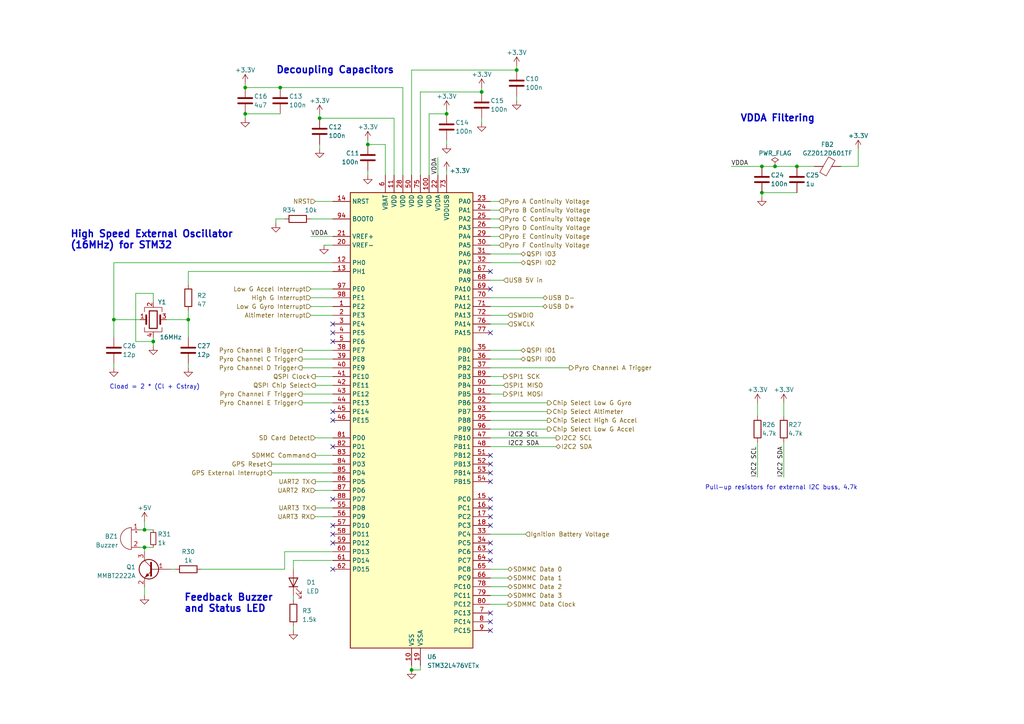
<source format=kicad_sch>
(kicad_sch (version 20230121) (generator eeschema)
  (paper "A4")
  (title_block (title "STM32 Microcontroller and Supporting Circuitry") (date "2023-09-29") (rev "1"))
  (lib_symbols
    (symbol "Device:Buzzer" (pin_names (offset 0.0254) hide)
      (property "Reference" "BZ" (at 3.81 1.27 0))
      (property "Value" "Buzzer" (at 3.81 -1.27 0))
      (symbol "Buzzer_0_1"
        (arc (start 0 -3.175) (mid 3.1612 0) (end 0 3.175))
        (polyline (pts (xy -1.651 1.905) (xy -1.143 1.905)))
        (polyline (pts (xy -1.397 2.159) (xy -1.397 1.651)))
        (polyline (pts (xy 0 3.175) (xy 0 -3.175)))
      )
      (symbol "Buzzer_1_1"
        (pin passive line (at -2.54 2.54 0) (length 2.54) (name "-") (number "1"))
        (pin passive line (at -2.54 -2.54 0) (length 2.54) (name "+") (number "2"))
      )
    )
    (symbol "Device:C" (pin_numbers hide) (pin_names (offset 0.254))
      (property "Reference" "C" (at 0.635 2.54 0))
      (property "Value" "C" (at 0.635 -2.54 0))
      (symbol "C_0_1"
        (polyline (pts (xy -2.032 -0.762) (xy 2.032 -0.762)) (stroke (width 0.508)))
        (polyline (pts (xy -2.032 0.762) (xy 2.032 0.762)) (stroke (width 0.508)))
      )
      (symbol "C_1_1"
        (pin passive line (at 0 3.81 270) (length 2.794) (name "~") (number "1"))
        (pin passive line (at 0 -3.81 90) (length 2.794) (name "~") (number "2"))
      )
    )
    (symbol "Device:Crystal_GND24" (pin_names (offset 1.016) hide)
      (property "Reference" "Y" (at 3.175 5.08 0))
      (property "Value" "Crystal_GND24" (at 3.175 3.175 0))
      (symbol "Crystal_GND24_0_1"
        (rectangle (start -1.143 2.54) (end 1.143 -2.54) (stroke (width 0.3048)))
        (polyline (pts (xy -2.54 0) (xy -2.032 0)))
        (polyline (pts (xy -2.032 -1.27) (xy -2.032 1.27)) (stroke (width 0.508)))
        (polyline (pts (xy 0 -3.81) (xy 0 -3.556)))
        (polyline (pts (xy 0 3.556) (xy 0 3.81)))
        (polyline (pts (xy 2.032 -1.27) (xy 2.032 1.27)) (stroke (width 0.508)))
        (polyline (pts (xy 2.032 0) (xy 2.54 0)))
        (polyline (pts (xy -2.54 -2.286) (xy -2.54 -3.556) (xy 2.54 -3.556) (xy 2.54 -2.286)))
        (polyline (pts (xy -2.54 2.286) (xy -2.54 3.556) (xy 2.54 3.556) (xy 2.54 2.286)))
      )
      (symbol "Crystal_GND24_1_1"
        (pin passive line (at -3.81 0 0) (length 1.27) (name "1") (number "1"))
        (pin passive line (at 0 5.08 270) (length 1.27) (name "2") (number "2"))
        (pin passive line (at 3.81 0 180) (length 1.27) (name "3") (number "3"))
        (pin passive line (at 0 -5.08 90) (length 1.27) (name "4") (number "4"))
      )
    )
    (symbol "Device:FerriteBead" (pin_numbers hide) (pin_names (offset 0))
      (property "Reference" "FB" (at -3.81 0.635 90))
      (property "Value" "FerriteBead" (at 3.81 0 90))
      (symbol "FerriteBead_0_1"
        (polyline (pts (xy 0 -1.27) (xy 0 -1.2192)))
        (polyline (pts (xy 0 1.27) (xy 0 1.2954)))
        (polyline (pts (xy -2.7686 0.4064) (xy -1.7018 2.2606) (xy 2.7686 -0.3048) (xy 1.6764 -2.159) (xy -2.7686 0.4064)))
      )
      (symbol "FerriteBead_1_1"
        (pin passive line (at 0 3.81 270) (length 2.54) (name "~") (number "1"))
        (pin passive line (at 0 -3.81 90) (length 2.54) (name "~") (number "2"))
      )
    )
    (symbol "Device:LED" (pin_numbers hide) (pin_names (offset 1.016) hide)
      (property "Reference" "D" (at 0 2.54 0))
      (property "Value" "LED" (at 0 -2.54 0))
      (symbol "LED_0_1"
        (polyline (pts (xy -1.27 -1.27) (xy -1.27 1.27)) (stroke (width 0.254)))
        (polyline (pts (xy -1.27 0) (xy 1.27 0)))
        (polyline (pts (xy 1.27 -1.27) (xy 1.27 1.27) (xy -1.27 0) (xy 1.27 -1.27)) (stroke (width 0.254)))
        (polyline (pts (xy -3.048 -0.762) (xy -4.572 -2.286) (xy -3.81 -2.286) (xy -4.572 -2.286) (xy -4.572 -1.524)))
        (polyline (pts (xy -1.778 -0.762) (xy -3.302 -2.286) (xy -2.54 -2.286) (xy -3.302 -2.286) (xy -3.302 -1.524)))
      )
      (symbol "LED_1_1"
        (pin passive line (at -3.81 0 0) (length 2.54) (name "K") (number "1"))
        (pin passive line (at 3.81 0 180) (length 2.54) (name "A") (number "2"))
      )
    )
    (symbol "Device:R" (pin_numbers hide) (pin_names (offset 0))
      (property "Reference" "R" (at 2.032 0 90))
      (property "Value" "R" (at 0 0 90))
      (symbol "R_0_1"
        (rectangle (start -1.016 -2.54) (end 1.016 2.54) (stroke (width 0.254)))
      )
      (symbol "R_1_1"
        (pin passive line (at 0 3.81 270) (length 1.27) (name "~") (number "1"))
        (pin passive line (at 0 -3.81 90) (length 1.27) (name "~") (number "2"))
      )
    )
    (symbol "Device:R_Small" (pin_numbers hide) (pin_names (offset 0.254) hide)
      (property "Reference" "R" (at 0.762 0.508 0))
      (property "Value" "R_Small" (at 0.762 -1.016 0))
      (symbol "R_Small_0_1"
        (rectangle (start -0.762 1.778) (end 0.762 -1.778) (stroke (width 0.2032)))
      )
      (symbol "R_Small_1_1"
        (pin passive line (at 0 2.54 270) (length 0.762) (name "~") (number "1"))
        (pin passive line (at 0 -2.54 90) (length 0.762) (name "~") (number "2"))
      )
    )
    (symbol "MCU_ST_STM32L4:STM32L476VETx"
      (property "Reference" "U" (at -17.78 67.31 0))
      (property "Value" "STM32L476VETx" (at 12.7 67.31 0))
      (symbol "STM32L476VETx_0_1"
        (rectangle (start -17.78 -66.04) (end 17.78 66.04) (stroke (width 0.254)) (fill (type background)))
      )
      (symbol "STM32L476VETx_1_1"
        (pin bidirectional line (at -22.86 33.02 0) (length 5.08) (name "PE2") (number "1"))
        (pin power_in line (at 0 -71.12 90) (length 5.08) (name "VSS") (number "10"))
        (pin power_in line (at 5.08 71.12 270) (length 5.08) (name "VDD") (number "100"))
        (pin power_in line (at -5.08 71.12 270) (length 5.08) (name "VDD") (number "11"))
        (pin bidirectional line (at -22.86 45.72 0) (length 5.08) (name "PH0") (number "12"))
        (pin bidirectional line (at -22.86 43.18 0) (length 5.08) (name "PH1") (number "13"))
        (pin input line (at -22.86 63.5 0) (length 5.08) (name "NRST") (number "14"))
        (pin bidirectional line (at 22.86 -22.86 180) (length 5.08) (name "PC0") (number "15"))
        (pin bidirectional line (at 22.86 -25.4 180) (length 5.08) (name "PC1") (number "16"))
        (pin bidirectional line (at 22.86 -27.94 180) (length 5.08) (name "PC2") (number "17"))
        (pin bidirectional line (at 22.86 -30.48 180) (length 5.08) (name "PC3") (number "18"))
        (pin power_in line (at 2.54 -71.12 90) (length 5.08) (name "VSSA") (number "19"))
        (pin bidirectional line (at -22.86 30.48 0) (length 5.08) (name "PE3") (number "2"))
        (pin input line (at -22.86 50.8 0) (length 5.08) (name "VREF-") (number "20"))
        (pin input line (at -22.86 53.34 0) (length 5.08) (name "VREF+") (number "21"))
        (pin power_in line (at 7.62 71.12 270) (length 5.08) (name "VDDA") (number "22"))
        (pin bidirectional line (at 22.86 63.5 180) (length 5.08) (name "PA0") (number "23"))
        (pin bidirectional line (at 22.86 60.96 180) (length 5.08) (name "PA1") (number "24"))
        (pin bidirectional line (at 22.86 58.42 180) (length 5.08) (name "PA2") (number "25"))
        (pin bidirectional line (at 22.86 55.88 180) (length 5.08) (name "PA3") (number "26"))
        (pin passive line (at 0 -71.12 90) (length 5.08) hide (name "VSS") (number "27"))
        (pin power_in line (at -2.54 71.12 270) (length 5.08) (name "VDD") (number "28"))
        (pin bidirectional line (at 22.86 53.34 180) (length 5.08) (name "PA4") (number "29"))
        (pin bidirectional line (at -22.86 27.94 0) (length 5.08) (name "PE4") (number "3"))
        (pin bidirectional line (at 22.86 50.8 180) (length 5.08) (name "PA5") (number "30"))
        (pin bidirectional line (at 22.86 48.26 180) (length 5.08) (name "PA6") (number "31"))
        (pin bidirectional line (at 22.86 45.72 180) (length 5.08) (name "PA7") (number "32"))
        (pin bidirectional line (at 22.86 -33.02 180) (length 5.08) (name "PC4") (number "33"))
        (pin bidirectional line (at 22.86 -35.56 180) (length 5.08) (name "PC5") (number "34"))
        (pin bidirectional line (at 22.86 20.32 180) (length 5.08) (name "PB0") (number "35"))
        (pin bidirectional line (at 22.86 17.78 180) (length 5.08) (name "PB1") (number "36"))
        (pin bidirectional line (at 22.86 15.24 180) (length 5.08) (name "PB2") (number "37"))
        (pin bidirectional line (at -22.86 20.32 0) (length 5.08) (name "PE7") (number "38"))
        (pin bidirectional line (at -22.86 17.78 0) (length 5.08) (name "PE8") (number "39"))
        (pin bidirectional line (at -22.86 25.4 0) (length 5.08) (name "PE5") (number "4"))
        (pin bidirectional line (at -22.86 15.24 0) (length 5.08) (name "PE9") (number "40"))
        (pin bidirectional line (at -22.86 12.7 0) (length 5.08) (name "PE10") (number "41"))
        (pin bidirectional line (at -22.86 10.16 0) (length 5.08) (name "PE11") (number "42"))
        (pin bidirectional line (at -22.86 7.62 0) (length 5.08) (name "PE12") (number "43"))
        (pin bidirectional line (at -22.86 5.08 0) (length 5.08) (name "PE13") (number "44"))
        (pin bidirectional line (at -22.86 2.54 0) (length 5.08) (name "PE14") (number "45"))
        (pin bidirectional line (at -22.86 0 0) (length 5.08) (name "PE15") (number "46"))
        (pin bidirectional line (at 22.86 -5.08 180) (length 5.08) (name "PB10") (number "47"))
        (pin bidirectional line (at 22.86 -7.62 180) (length 5.08) (name "PB11") (number "48"))
        (pin passive line (at 0 -71.12 90) (length 5.08) hide (name "VSS") (number "49"))
        (pin bidirectional line (at -22.86 22.86 0) (length 5.08) (name "PE6") (number "5"))
        (pin power_in line (at 0 71.12 270) (length 5.08) (name "VDD") (number "50"))
        (pin bidirectional line (at 22.86 -10.16 180) (length 5.08) (name "PB12") (number "51"))
        (pin bidirectional line (at 22.86 -12.7 180) (length 5.08) (name "PB13") (number "52"))
        (pin bidirectional line (at 22.86 -15.24 180) (length 5.08) (name "PB14") (number "53"))
        (pin bidirectional line (at 22.86 -17.78 180) (length 5.08) (name "PB15") (number "54"))
        (pin bidirectional line (at -22.86 -25.4 0) (length 5.08) (name "PD8") (number "55"))
        (pin bidirectional line (at -22.86 -27.94 0) (length 5.08) (name "PD9") (number "56"))
        (pin bidirectional line (at -22.86 -30.48 0) (length 5.08) (name "PD10") (number "57"))
        (pin bidirectional line (at -22.86 -33.02 0) (length 5.08) (name "PD11") (number "58"))
        (pin bidirectional line (at -22.86 -35.56 0) (length 5.08) (name "PD12") (number "59"))
        (pin power_in line (at -7.62 71.12 270) (length 5.08) (name "VBAT") (number "6"))
        (pin bidirectional line (at -22.86 -38.1 0) (length 5.08) (name "PD13") (number "60"))
        (pin bidirectional line (at -22.86 -40.64 0) (length 5.08) (name "PD14") (number "61"))
        (pin bidirectional line (at -22.86 -43.18 0) (length 5.08) (name "PD15") (number "62"))
        (pin bidirectional line (at 22.86 -38.1 180) (length 5.08) (name "PC6") (number "63"))
        (pin bidirectional line (at 22.86 -40.64 180) (length 5.08) (name "PC7") (number "64"))
        (pin bidirectional line (at 22.86 -43.18 180) (length 5.08) (name "PC8") (number "65"))
        (pin bidirectional line (at 22.86 -45.72 180) (length 5.08) (name "PC9") (number "66"))
        (pin bidirectional line (at 22.86 43.18 180) (length 5.08) (name "PA8") (number "67"))
        (pin bidirectional line (at 22.86 40.64 180) (length 5.08) (name "PA9") (number "68"))
        (pin bidirectional line (at 22.86 38.1 180) (length 5.08) (name "PA10") (number "69"))
        (pin bidirectional line (at 22.86 -55.88 180) (length 5.08) (name "PC13") (number "7"))
        (pin bidirectional line (at 22.86 35.56 180) (length 5.08) (name "PA11") (number "70"))
        (pin bidirectional line (at 22.86 33.02 180) (length 5.08) (name "PA12") (number "71"))
        (pin bidirectional line (at 22.86 30.48 180) (length 5.08) (name "PA13") (number "72"))
        (pin power_in line (at 10.16 71.12 270) (length 5.08) (name "VDDUSB") (number "73"))
        (pin passive line (at 0 -71.12 90) (length 5.08) hide (name "VSS") (number "74"))
        (pin power_in line (at 2.54 71.12 270) (length 5.08) (name "VDD") (number "75"))
        (pin bidirectional line (at 22.86 27.94 180) (length 5.08) (name "PA14") (number "76"))
        (pin bidirectional line (at 22.86 25.4 180) (length 5.08) (name "PA15") (number "77"))
        (pin bidirectional line (at 22.86 -48.26 180) (length 5.08) (name "PC10") (number "78"))
        (pin bidirectional line (at 22.86 -50.8 180) (length 5.08) (name "PC11") (number "79"))
        (pin bidirectional line (at 22.86 -58.42 180) (length 5.08) (name "PC14") (number "8"))
        (pin bidirectional line (at 22.86 -53.34 180) (length 5.08) (name "PC12") (number "80"))
        (pin bidirectional line (at -22.86 -5.08 0) (length 5.08) (name "PD0") (number "81"))
        (pin bidirectional line (at -22.86 -7.62 0) (length 5.08) (name "PD1") (number "82"))
        (pin bidirectional line (at -22.86 -10.16 0) (length 5.08) (name "PD2") (number "83"))
        (pin bidirectional line (at -22.86 -12.7 0) (length 5.08) (name "PD3") (number "84"))
        (pin bidirectional line (at -22.86 -15.24 0) (length 5.08) (name "PD4") (number "85"))
        (pin bidirectional line (at -22.86 -17.78 0) (length 5.08) (name "PD5") (number "86"))
        (pin bidirectional line (at -22.86 -20.32 0) (length 5.08) (name "PD6") (number "87"))
        (pin bidirectional line (at -22.86 -22.86 0) (length 5.08) (name "PD7") (number "88"))
        (pin bidirectional line (at 22.86 12.7 180) (length 5.08) (name "PB3") (number "89"))
        (pin bidirectional line (at 22.86 -60.96 180) (length 5.08) (name "PC15") (number "9"))
        (pin bidirectional line (at 22.86 10.16 180) (length 5.08) (name "PB4") (number "90"))
        (pin bidirectional line (at 22.86 7.62 180) (length 5.08) (name "PB5") (number "91"))
        (pin bidirectional line (at 22.86 5.08 180) (length 5.08) (name "PB6") (number "92"))
        (pin bidirectional line (at 22.86 2.54 180) (length 5.08) (name "PB7") (number "93"))
        (pin input line (at -22.86 58.42 0) (length 5.08) (name "BOOT0") (number "94"))
        (pin bidirectional line (at 22.86 0 180) (length 5.08) (name "PB8") (number "95"))
        (pin bidirectional line (at 22.86 -2.54 180) (length 5.08) (name "PB9") (number "96"))
        (pin bidirectional line (at -22.86 38.1 0) (length 5.08) (name "PE0") (number "97"))
        (pin bidirectional line (at -22.86 35.56 0) (length 5.08) (name "PE1") (number "98"))
        (pin passive line (at 0 -71.12 90) (length 5.08) hide (name "VSS") (number "99"))
      )
    )
    (symbol "Transistor_BJT:MMBT3904" (pin_names (offset 0) hide)
      (property "Reference" "Q" (at 5.08 1.905 0))
      (property "Value" "MMBT3904" (at 5.08 0 0))
      (symbol "MMBT3904_0_1"
        (polyline (pts (xy 0.635 0.635) (xy 2.54 2.54)))
        (polyline (pts (xy 0.635 -0.635) (xy 2.54 -2.54) (xy 2.54 -2.54)))
        (polyline (pts (xy 0.635 1.905) (xy 0.635 -1.905) (xy 0.635 -1.905)) (stroke (width 0.508)))
        (polyline (pts (xy 1.27 -1.778) (xy 1.778 -1.27) (xy 2.286 -2.286) (xy 1.27 -1.778) (xy 1.27 -1.778)) (fill (type outline)))
        (circle (center 1.27 0) (radius 2.8194) (stroke (width 0.254)))
      )
      (symbol "MMBT3904_1_1"
        (pin input line (at -5.08 0 0) (length 5.715) (name "B") (number "1"))
        (pin passive line (at 2.54 -5.08 90) (length 2.54) (name "E") (number "2"))
        (pin passive line (at 2.54 5.08 270) (length 2.54) (name "C") (number "3"))
      )
    )
    (symbol "power:+3.3V" (power) (pin_names (offset 0))
      (property "Value" "+3.3V" (at 0 3.556 0))
      (symbol "+3.3V_0_1"
        (polyline (pts (xy -0.762 1.27) (xy 0 2.54)))
        (polyline (pts (xy 0 0) (xy 0 2.54)))
        (polyline (pts (xy 0 2.54) (xy 0.762 1.27)))
      )
      (symbol "+3.3V_1_1"
        (pin power_in line (at 0 0 90) (length 0) hide (name "+3.3V") (number "1"))
      )
    )
    (symbol "power:+5V" (power) (pin_names (offset 0))
      (property "Value" "+5V" (at 0 3.556 0))
      (symbol "+5V_0_1"
        (polyline (pts (xy -0.762 1.27) (xy 0 2.54)))
        (polyline (pts (xy 0 0) (xy 0 2.54)))
        (polyline (pts (xy 0 2.54) (xy 0.762 1.27)))
      )
      (symbol "+5V_1_1"
        (pin power_in line (at 0 0 90) (length 0) hide (name "+5V") (number "1"))
      )
    )
    (symbol "power:GND" (power) (pin_names (offset 0))
      (property "Value" "GND" (at 0 -3.81 0))
      (symbol "GND_0_1"
        (polyline (pts (xy 0 0) (xy 0 -1.27) (xy 1.27 -1.27) (xy 0 -2.54) (xy -1.27 -1.27) (xy 0 -1.27)))
      )
      (symbol "GND_1_1"
        (pin power_in line (at 0 0 270) (length 0) hide (name "GND") (number "1"))
      )
    )
    (symbol "power:PWR_FLAG" (power) (pin_numbers hide) (pin_names (offset 0) hide)
      (property "Value" "PWR_FLAG" (at 0 3.81 0))
      (symbol "PWR_FLAG_0_0"
        (pin power_out line (at 0 0 90) (length 0) (name "pwr") (number "1"))
      )
      (symbol "PWR_FLAG_0_1"
        (polyline (pts (xy 0 0) (xy 0 1.27) (xy -1.016 1.905) (xy 0 2.54) (xy 1.016 1.905) (xy 0 1.27)))
      )
    )
  )
  (junction (at 71.12 25.4))
  (junction (at 231.14 48.26))
  (junction (at 224.79 48.26))
  (junction (at 139.7 26.67))
  (junction (at 119.38 194.31))
  (junction (at 33.02 92.71))
  (junction (at 220.98 48.26))
  (junction (at 41.91 153.67))
  (junction (at 81.28 25.4))
  (junction (at 129.54 33.02))
  (junction (at 106.68 41.91))
  (junction (at 220.98 55.88))
  (junction (at 71.12 33.02))
  (junction (at 41.91 158.75))
  (junction (at 149.86 20.32))
  (junction (at 44.45 99.06))
  (junction (at 54.61 92.71))
  (junction (at 92.71 34.29))
  (no_connect (at 96.52 154.94))
  (no_connect (at 96.52 93.98))
  (no_connect (at 142.24 144.78))
  (no_connect (at 142.24 180.34))
  (no_connect (at 142.24 162.56))
  (no_connect (at 96.52 165.1))
  (no_connect (at 142.24 177.8))
  (no_connect (at 142.24 149.86))
  (no_connect (at 96.52 121.92))
  (no_connect (at 96.52 119.38))
  (no_connect (at 142.24 132.08))
  (no_connect (at 142.24 78.74))
  (no_connect (at 142.24 96.52))
  (no_connect (at 142.24 137.16))
  (no_connect (at 96.52 99.06))
  (no_connect (at 142.24 182.88))
  (no_connect (at 142.24 134.62))
  (no_connect (at 142.24 152.4))
  (no_connect (at 96.52 152.4))
  (no_connect (at 96.52 157.48))
  (no_connect (at 142.24 157.48))
  (no_connect (at 142.24 83.82))
  (no_connect (at 96.52 96.52))
  (no_connect (at 96.52 144.78))
  (no_connect (at 96.52 129.54))
  (no_connect (at 142.24 139.7))
  (no_connect (at 142.24 160.02))
  (no_connect (at 142.24 147.32))
  (wire (pts (xy 111.76 41.91) (xy 106.68 41.91)))
  (wire (pts (xy 121.92 193.04) (xy 121.92 194.31)))
  (wire (pts (xy 224.79 48.26) (xy 231.14 48.26)))
  (wire (pts (xy 149.86 27.94) (xy 149.86 29.21)))
  (wire (pts (xy 142.24 119.38) (xy 158.75 119.38)))
  (wire (pts (xy 92.71 41.91) (xy 92.71 43.18)))
  (wire (pts (xy 91.44 149.86) (xy 96.52 149.86)))
  (wire (pts (xy 142.24 71.12) (xy 144.78 71.12)))
  (wire (pts (xy 71.12 33.02) (xy 81.28 33.02)))
  (wire (pts (xy 90.17 63.5) (xy 96.52 63.5)))
  (wire (pts (xy 227.33 128.27) (xy 227.33 138.43)))
  (wire (pts (xy 121.92 50.8) (xy 121.92 26.67)))
  (wire (pts (xy 114.3 34.29) (xy 92.71 34.29)))
  (wire (pts (xy 142.24 104.14) (xy 151.13 104.14)))
  (wire (pts (xy 121.92 26.67) (xy 139.7 26.67)))
  (wire (pts (xy 41.91 170.18) (xy 41.91 172.72)))
  (wire (pts (xy 227.33 116.84) (xy 227.33 120.65)))
  (wire (pts (xy 142.24 109.22) (xy 146.05 109.22)))
  (wire (pts (xy 142.24 111.76) (xy 146.05 111.76)))
  (wire (pts (xy 54.61 78.74) (xy 54.61 82.55)))
  (wire (pts (xy 78.74 137.16) (xy 96.52 137.16)))
  (wire (pts (xy 91.44 58.42) (xy 96.52 58.42)))
  (wire (pts (xy 231.14 48.26) (xy 236.22 48.26)))
  (wire (pts (xy 149.86 19.05) (xy 149.86 20.32)))
  (wire (pts (xy 142.24 76.2) (xy 151.13 76.2)))
  (wire (pts (xy 142.24 127) (xy 161.29 127)))
  (wire (pts (xy 33.02 105.41) (xy 33.02 106.68)))
  (wire (pts (xy 71.12 25.4) (xy 81.28 25.4)))
  (wire (pts (xy 82.55 160.02) (xy 96.52 160.02)))
  (wire (pts (xy 220.98 48.26) (xy 224.79 48.26)))
  (wire (pts (xy 40.64 153.67) (xy 41.91 153.67)))
  (wire (pts (xy 80.01 63.5) (xy 80.01 64.77)))
  (wire (pts (xy 220.98 55.88) (xy 231.14 55.88)))
  (wire (pts (xy 142.24 66.04) (xy 144.78 66.04)))
  (wire (pts (xy 44.45 99.06) (xy 44.45 100.33)))
  (wire (pts (xy 44.45 87.63) (xy 44.45 85.09)))
  (wire (pts (xy 91.44 139.7) (xy 96.52 139.7)))
  (wire (pts (xy 147.32 93.98) (xy 142.24 93.98)))
  (wire (pts (xy 129.54 31.75) (xy 129.54 33.02)))
  (wire (pts (xy 220.98 55.88) (xy 220.98 57.15)))
  (wire (pts (xy 41.91 151.13) (xy 41.91 153.67)))
  (wire (pts (xy 33.02 76.2) (xy 33.02 92.71)))
  (wire (pts (xy 91.44 132.08) (xy 96.52 132.08)))
  (wire (pts (xy 85.09 172.72) (xy 85.09 173.99)))
  (wire (pts (xy 121.92 194.31) (xy 119.38 194.31)))
  (wire (pts (xy 142.24 167.64) (xy 147.32 167.64)))
  (wire (pts (xy 90.17 88.9) (xy 96.52 88.9)))
  (wire (pts (xy 142.24 129.54) (xy 161.29 129.54)))
  (wire (pts (xy 48.26 92.71) (xy 54.61 92.71)))
  (wire (pts (xy 142.24 86.36) (xy 157.48 86.36)))
  (wire (pts (xy 91.44 147.32) (xy 96.52 147.32)))
  (wire (pts (xy 41.91 158.75) (xy 40.64 158.75)))
  (wire (pts (xy 41.91 158.75) (xy 41.91 160.02)))
  (wire (pts (xy 142.24 106.68) (xy 165.1 106.68)))
  (wire (pts (xy 114.3 34.29) (xy 114.3 50.8)))
  (wire (pts (xy 87.63 116.84) (xy 96.52 116.84)))
  (wire (pts (xy 116.84 25.4) (xy 116.84 50.8)))
  (wire (pts (xy 39.37 99.06) (xy 44.45 99.06)))
  (wire (pts (xy 119.38 20.32) (xy 119.38 50.8)))
  (wire (pts (xy 142.24 68.58) (xy 144.78 68.58)))
  (wire (pts (xy 82.55 63.5) (xy 80.01 63.5)))
  (wire (pts (xy 116.84 25.4) (xy 81.28 25.4)))
  (wire (pts (xy 90.17 68.58) (xy 96.52 68.58)))
  (wire (pts (xy 129.54 40.64) (xy 129.54 41.91)))
  (wire (pts (xy 139.7 34.29) (xy 139.7 35.56)))
  (wire (pts (xy 142.24 124.46) (xy 158.75 124.46)))
  (wire (pts (xy 106.68 40.64) (xy 106.68 41.91)))
  (wire (pts (xy 96.52 162.56) (xy 85.09 162.56)))
  (wire (pts (xy 54.61 90.17) (xy 54.61 92.71)))
  (wire (pts (xy 71.12 33.02) (xy 71.12 34.29)))
  (wire (pts (xy 142.24 73.66) (xy 151.13 73.66)))
  (wire (pts (xy 142.24 114.3) (xy 146.05 114.3)))
  (wire (pts (xy 50.8 165.1) (xy 49.53 165.1)))
  (wire (pts (xy 147.32 91.44) (xy 142.24 91.44)))
  (wire (pts (xy 85.09 162.56) (xy 85.09 165.1)))
  (wire (pts (xy 212.09 48.26) (xy 220.98 48.26)))
  (wire (pts (xy 87.63 104.14) (xy 96.52 104.14)))
  (wire (pts (xy 82.55 165.1) (xy 82.55 160.02)))
  (wire (pts (xy 91.44 127) (xy 96.52 127)))
  (wire (pts (xy 44.45 97.79) (xy 44.45 99.06)))
  (wire (pts (xy 129.54 49.53) (xy 129.54 50.8)))
  (wire (pts (xy 71.12 24.13) (xy 71.12 25.4)))
  (wire (pts (xy 142.24 170.18) (xy 147.32 170.18)))
  (wire (pts (xy 54.61 78.74) (xy 96.52 78.74)))
  (wire (pts (xy 90.17 86.36) (xy 96.52 86.36)))
  (wire (pts (xy 219.71 116.84) (xy 219.71 120.65)))
  (wire (pts (xy 91.44 111.76) (xy 96.52 111.76)))
  (wire (pts (xy 248.92 43.18) (xy 248.92 48.26)))
  (wire (pts (xy 124.46 50.8) (xy 124.46 33.02)))
  (wire (pts (xy 33.02 92.71) (xy 33.02 97.79)))
  (wire (pts (xy 142.24 101.6) (xy 151.13 101.6)))
  (wire (pts (xy 44.45 85.09) (xy 39.37 85.09)))
  (wire (pts (xy 78.74 134.62) (xy 96.52 134.62)))
  (wire (pts (xy 142.24 154.94) (xy 152.4 154.94)))
  (wire (pts (xy 219.71 128.27) (xy 219.71 138.43)))
  (wire (pts (xy 119.38 20.32) (xy 149.86 20.32)))
  (wire (pts (xy 91.44 109.22) (xy 96.52 109.22)))
  (wire (pts (xy 33.02 76.2) (xy 96.52 76.2)))
  (wire (pts (xy 142.24 172.72) (xy 147.32 172.72)))
  (wire (pts (xy 44.45 158.75) (xy 41.91 158.75)))
  (wire (pts (xy 111.76 41.91) (xy 111.76 50.8)))
  (wire (pts (xy 85.09 181.61) (xy 85.09 182.88)))
  (wire (pts (xy 93.98 71.12) (xy 96.52 71.12)))
  (wire (pts (xy 91.44 142.24) (xy 96.52 142.24)))
  (wire (pts (xy 90.17 83.82) (xy 96.52 83.82)))
  (wire (pts (xy 142.24 63.5) (xy 144.78 63.5)))
  (wire (pts (xy 54.61 105.41) (xy 54.61 106.68)))
  (wire (pts (xy 142.24 81.28) (xy 146.05 81.28)))
  (wire (pts (xy 142.24 116.84) (xy 158.75 116.84)))
  (wire (pts (xy 142.24 88.9) (xy 157.48 88.9)))
  (wire (pts (xy 90.17 91.44) (xy 96.52 91.44)))
  (wire (pts (xy 139.7 25.4) (xy 139.7 26.67)))
  (wire (pts (xy 87.63 114.3) (xy 96.52 114.3)))
  (wire (pts (xy 124.46 33.02) (xy 129.54 33.02)))
  (wire (pts (xy 119.38 193.04) (xy 119.38 194.31)))
  (wire (pts (xy 39.37 85.09) (xy 39.37 99.06)))
  (wire (pts (xy 142.24 121.92) (xy 158.75 121.92)))
  (wire (pts (xy 142.24 165.1) (xy 147.32 165.1)))
  (wire (pts (xy 40.64 92.71) (xy 33.02 92.71)))
  (wire (pts (xy 142.24 175.26) (xy 147.32 175.26)))
  (wire (pts (xy 87.63 106.68) (xy 96.52 106.68)))
  (wire (pts (xy 92.71 33.02) (xy 92.71 34.29)))
  (wire (pts (xy 44.45 153.67) (xy 41.91 153.67)))
  (wire (pts (xy 127 45.72) (xy 127 50.8)))
  (wire (pts (xy 87.63 101.6) (xy 96.52 101.6)))
  (wire (pts (xy 106.68 49.53) (xy 106.68 50.8)))
  (wire (pts (xy 54.61 92.71) (xy 54.61 97.79)))
  (wire (pts (xy 243.84 48.26) (xy 248.92 48.26)))
  (wire (pts (xy 142.24 60.96) (xy 144.78 60.96)))
  (wire (pts (xy 142.24 58.42) (xy 144.78 58.42)))
  (wire (pts (xy 58.42 165.1) (xy 82.55 165.1)))
  (text "Pull-up resistors for external I2C buss, 4.7k" (at 204.47 142.24 0) (effects (font (size 1.27 1.27)) (justify left bottom)))
  (text "Decoupling Capacitors" (at 80.01 21.59 0) (effects (font (size 2 2) (thickness 0.4) bold) (justify left bottom)))
  (text "VDDA Filtering" (at 214.63 35.56 0) (effects (font (size 2 2) (thickness 0.4) bold) (justify left bottom)))
  (text "Feedback Buzzer\nand Status LED" (at 53.34 177.8 0) (effects (font (size 2 2) (thickness 0.4) bold) (justify left bottom)))
  (text "High Speed External Oscillator\n(16MHz) for STM32" (at 20.32 72.39 0) (effects (font (size 2 2) (thickness 0.4) bold) (justify left bottom)))
  (text "Cload = 2 * (Cl + Cstray)" (at 31.75 113.03 0) (effects (font (size 1.27 1.27)) (justify left bottom)))
  (label "I2C2 SCL" (at 147.32 127 0))
  (label "VDDA" (at 212.09 48.26 0))
  (label "I2C2 SDA" (at 227.33 138.43 90))
  (label "VDDA" (at 90.17 68.58 0))
  (label "I2C2 SCL" (at 219.71 138.43 90))
  (label "VDDA" (at 127 45.72 270))
  (label "I2C2 SDA" (at 147.32 129.54 0))
  (hierarchical_label "SPI1 MISO" (shape input) (at 146.05 111.76 0))
  (hierarchical_label "Ignition Battery Voltage" (shape input) (at 152.4 154.94 0))
  (hierarchical_label "SWDIO" (shape input) (at 147.32 91.44 0))
  (hierarchical_label "NRST" (shape input) (at 91.44 58.42 180))
  (hierarchical_label "UART2 TX" (shape output) (at 91.44 139.7 180))
  (hierarchical_label "Altimeter Interrupt" (shape input) (at 90.17 91.44 180))
  (hierarchical_label "SDMMC Data Clock" (shape output) (at 147.32 175.26 0))
  (hierarchical_label "Pyro Channel B Trigger" (shape output) (at 87.63 101.6 180))
  (hierarchical_label "GPS External Interrupt" (shape output) (at 78.74 137.16 180))
  (hierarchical_label "Pyro B Continuity Voltage" (shape input) (at 144.78 60.96 0))
  (hierarchical_label "SDMMC Command" (shape output) (at 91.44 132.08 180))
  (hierarchical_label "I2C2 SDA" (shape bidirectional) (at 161.29 129.54 0))
  (hierarchical_label "SWCLK" (shape input) (at 147.32 93.98 0))
  (hierarchical_label "QSPI IO1" (shape bidirectional) (at 151.13 101.6 0))
  (hierarchical_label "Pyro Channel C Trigger" (shape output) (at 87.63 104.14 180))
  (hierarchical_label "SD Card Detect" (shape input) (at 91.44 127 180))
  (hierarchical_label "Chip Select Altimeter" (shape output) (at 158.75 119.38 0))
  (hierarchical_label "Pyro Channel A Trigger" (shape output) (at 165.1 106.68 0))
  (hierarchical_label "UART2 RX" (shape input) (at 91.44 142.24 180))
  (hierarchical_label "I2C2 SCL" (shape output) (at 161.29 127 0))
  (hierarchical_label "SDMMC Data 1" (shape bidirectional) (at 147.32 167.64 0))
  (hierarchical_label "UART3 RX" (shape input) (at 91.44 149.86 180))
  (hierarchical_label "GPS Reset" (shape output) (at 78.74 134.62 180))
  (hierarchical_label "USB D-" (shape bidirectional) (at 157.48 86.36 0))
  (hierarchical_label "Pyro F Continuity Voltage" (shape input) (at 144.78 71.12 0))
  (hierarchical_label "SDMMC Data 0" (shape bidirectional) (at 147.32 165.1 0))
  (hierarchical_label "QSPI IO2" (shape bidirectional) (at 151.13 76.2 0))
  (hierarchical_label "Pyro D Continuity Voltage" (shape input) (at 144.78 66.04 0))
  (hierarchical_label "Chip Select High G Accel" (shape output) (at 158.75 121.92 0))
  (hierarchical_label "SPI1 SCK" (shape output) (at 146.05 109.22 0))
  (hierarchical_label "Low G Gyro Interrupt" (shape input) (at 90.17 88.9 180))
  (hierarchical_label "QSPI IO3" (shape bidirectional) (at 151.13 73.66 0))
  (hierarchical_label "SDMMC Data 2" (shape bidirectional) (at 147.32 170.18 0))
  (hierarchical_label "Chip Select Low G Accel" (shape output) (at 158.75 124.46 0))
  (hierarchical_label "Pyro Channel F Trigger" (shape output) (at 87.63 114.3 180))
  (hierarchical_label "QSPI Clock" (shape output) (at 91.44 109.22 180))
  (hierarchical_label "UART3 TX" (shape output) (at 91.44 147.32 180))
  (hierarchical_label "SDMMC Data 3" (shape bidirectional) (at 147.32 172.72 0))
  (hierarchical_label "SPI1 MOSI" (shape output) (at 146.05 114.3 0))
  (hierarchical_label "Low G Accel Interrupt" (shape input) (at 90.17 83.82 180))
  (hierarchical_label "Chip Select Low G Gyro" (shape output) (at 158.75 116.84 0))
  (hierarchical_label "High G Interrupt" (shape input) (at 90.17 86.36 180))
  (hierarchical_label "Pyro A Continuity Voltage" (shape input) (at 144.78 58.42 0))
  (hierarchical_label "USB 5V in" (shape input) (at 146.05 81.28 0))
  (hierarchical_label "USB D+" (shape bidirectional) (at 157.48 88.9 0))
  (hierarchical_label "QSPI Chip Select" (shape output) (at 91.44 111.76 180))
  (hierarchical_label "Pyro C Continuity Voltage" (shape input) (at 144.78 63.5 0))
  (hierarchical_label "Pyro E Continuity Voltage" (shape input) (at 144.78 68.58 0))
  (hierarchical_label "Pyro Channel E Trigger" (shape output) (at 87.63 116.84 180))
  (hierarchical_label "QSPI IO0" (shape bidirectional) (at 151.13 104.14 0))
  (hierarchical_label "Pyro Channel D Trigger" (shape output) (at 87.63 106.68 180))
  (symbol (lib_id "power:+5V") (at 41.91 151.13 0) (mirror y) (unit 1)
    (property "Reference" "#PWR082" (effects hide))
    (property "Value" "+5V" (at 41.91 147.32 0))
  )
  (symbol (lib_id "power:GND") (at 85.09 182.88 0) (unit 1)
    (property "Reference" "#PWR025" (effects hide))
    (property "Value" "GND" (effects hide))
    (instances (project "Flight Computer" (path "" (reference "#PWR025") (unit 1)) (path "" (reference "#PWR028") (unit 1))))
  )
  (symbol (lib_id "MCU_ST_STM32L4:STM32L476VETx") (at 119.38 121.92 0) (unit 1)
    (property "Reference" "U6" (at 123.8759 190.5 0) (effects (justify left)))
    (property "Value" "STM32L476VETx" (at 123.8759 193.04 0) (effects (justify left)))
    (property "Footprint" "Package_QFP:LQFP-100_14x14mm_P0.5mm" (effects hide))
    (property "Datasheet" "https://www.st.com/resource/en/datasheet/stm32l476ve.pdf" (effects hide))
    (instances (project "Flight Computer" (path "" (reference "U6") (unit 1)) (path "" (reference "U1") (unit 1))))
  )
  (symbol (lib_id "power:PWR_FLAG") (at 224.79 48.26 0) (unit 1)
    (property "Reference" "#FLG02" (effects hide))
    (property "Value" "PWR_FLAG" (at 224.79 44.45 0))
  )
  (symbol (lib_id "Device:R") (at 219.71 124.46 0) (unit 1)
    (property "Reference" "R26" (at 220.98 123.19 0) (effects (justify left)))
    (property "Value" "4.7k" (at 220.98 125.73 0) (effects (justify left)))
    (property "Footprint" "Resistor_SMD:R_0402_1005Metric" (effects hide))
  )
  (symbol (lib_id "Device:R") (at 86.36 63.5 90) (unit 1)
    (property "Reference" "R34" (at 83.82 60.96 90))
    (property "Value" "10k" (at 90.17 60.96 90))
    (property "Footprint" "Resistor_SMD:R_0402_1005Metric" (effects hide))
    (instances (project "Flight Computer" (path "" (reference "R34") (unit 1)) (path "" (reference "R3") (unit 1))))
  )
  (symbol (lib_id "power:GND") (at 33.02 106.68 0) (unit 1)
    (property "Reference" "#PWR074" (effects hide))
    (property "Value" "GND" (effects hide))
    (instances (project "Flight Computer" (path "" (reference "#PWR074") (unit 1)) (path "" (reference "#PWR08") (unit 1))))
  )
  (symbol (lib_id "power:GND") (at 129.54 41.91 0) (unit 1)
    (property "Reference" "#PWR014" (effects hide))
    (property "Value" "GND" (effects hide))
  )
  (symbol (lib_id "Device:C") (at 54.61 101.6 0) (unit 1)
    (property "Reference" "C27" (at 57.15 100.33 0) (effects (justify left)))
    (property "Value" "12p" (at 57.15 102.87 0) (effects (justify left)))
    (property "Footprint" "Capacitor_SMD:C_0402_1005Metric" (effects hide))
    (instances (project "Flight Computer" (path "" (reference "C27") (unit 1)) (path "" (reference "C10") (unit 1))))
  )
  (symbol (lib_id "Device:R") (at 54.61 165.1 270) (mirror x) (unit 1)
    (property "Reference" "R30" (at 54.61 160.02 90))
    (property "Value" "1k" (at 54.61 162.56 90))
    (property "Footprint" "Resistor_SMD:R_0603_1608Metric" (effects hide))
    (instances (project "Flight Computer" (path "" (reference "R30") (unit 1)) (path "" (reference "R18") (unit 1))))
  )
  (symbol (lib_id "Device:C") (at 106.68 45.72 0) (unit 1)
    (property "Reference" "C11" (at 100.33 44.45 0) (effects (justify left)))
    (property "Value" "100n" (at 99.06 46.99 0) (effects (justify left)))
    (property "Footprint" "Capacitor_SMD:C_0402_1005Metric" (effects hide))
    (instances (project "Flight Computer" (path "" (reference "C11") (unit 1)) (path "" (reference "C12") (unit 1))))
  )
  (symbol (lib_id "Device:R") (at 54.61 86.36 0) (unit 1)
    (property "Reference" "R2" (at 57.15 85.725 0) (effects (justify left)))
    (property "Value" "47" (at 57.15 88.265 0) (effects (justify left)))
    (property "Footprint" "Resistor_SMD:R_0603_1608Metric" (effects hide))
  )
  (symbol (lib_id "Device:C") (at 81.28 29.21 0) (unit 1)
    (property "Reference" "C13" (at 83.82 27.94 0) (effects (justify left)))
    (property "Value" "100n" (at 83.82 30.48 0) (effects (justify left)))
    (property "Footprint" "Capacitor_SMD:C_0402_1005Metric" (effects hide))
    (instances (project "Flight Computer" (path "" (reference "C13") (unit 1)) (path "" (reference "C9") (unit 1))))
  )
  (symbol (lib_id "power:GND") (at 54.61 106.68 0) (unit 1)
    (property "Reference" "#PWR073" (effects hide))
    (property "Value" "GND" (effects hide))
    (instances (project "Flight Computer" (path "" (reference "#PWR073") (unit 1)) (path "" (reference "#PWR026") (unit 1))))
  )
  (symbol (lib_id "Device:C") (at 33.02 101.6 0) (unit 1)
    (property "Reference" "C26" (at 35.56 100.33 0) (effects (justify left)))
    (property "Value" "12p" (at 35.56 102.87 0) (effects (justify left)))
    (property "Footprint" "Capacitor_SMD:C_0402_1005Metric" (effects hide))
    (instances (project "Flight Computer" (path "" (reference "C26") (unit 1)) (path "" (reference "C6") (unit 1))))
  )
  (symbol (lib_id "power:GND") (at 80.01 64.77 0) (unit 1)
    (property "Reference" "#PWR030" (effects hide))
    (property "Value" "GND" (effects hide))
    (instances (project "Flight Computer" (path "" (reference "#PWR030") (unit 1)) (path "" (reference "#PWR027") (unit 1))))
  )
  (symbol (lib_id "Device:Crystal_GND24") (at 44.45 92.71 0) (unit 1)
    (property "Reference" "Y1" (at 46.99 87.63 0))
    (property "Value" "16MHz" (at 49.53 97.79 0))
    (property "Footprint" "Crystal:Crystal_SMD_3225-4Pin_3.2x2.5mm" (effects hide))
  )
  (symbol (lib_id "Device:C") (at 220.98 52.07 0) (unit 1)
    (property "Reference" "C24" (at 223.52 50.8 0) (effects (justify left)))
    (property "Value" "100n" (at 223.52 53.34 0) (effects (justify left)))
    (property "Footprint" "Capacitor_SMD:C_0402_1005Metric" (effects hide))
    (instances (project "Flight Computer" (path "" (reference "C24") (unit 1)) (path "" (reference "C16") (unit 1))))
  )
  (symbol (lib_id "power:+3.3V") (at 129.54 31.75 0) (unit 1)
    (property "Reference" "#PWR054" (effects hide))
    (property "Value" "+3.3V" (at 129.54 27.94 0))
  )
  (symbol (lib_id "power:GND") (at 71.12 34.29 0) (mirror y) (unit 1)
    (property "Reference" "#PWR085" (effects hide))
    (property "Value" "GND" (effects hide))
  )
  (symbol (lib_id "power:+3.3V") (at 219.71 116.84 0) (unit 1)
    (property "Reference" "#PWR078" (effects hide))
    (property "Value" "+3.3V" (at 219.71 113.03 0))
  )
  (symbol (lib_id "power:+3.3V") (at 139.7 25.4 0) (unit 1)
    (property "Reference" "#PWR053" (effects hide))
    (property "Value" "+3.3V" (at 139.7 21.59 0))
  )
  (symbol (lib_id "Device:R_Small") (at 44.45 156.21 0) (unit 1)
    (property "Reference" "R31" (at 45.72 154.94 0) (effects (justify left)))
    (property "Value" "1k" (at 45.72 157.48 0) (effects (justify left)))
    (property "Footprint" "Resistor_SMD:R_0603_1608Metric" (effects hide))
    (instances (project "Flight Computer" (path "" (reference "R31") (unit 1)) (path "" (reference "R28") (unit 1))))
  )
  (symbol (lib_id "power:GND") (at 41.91 172.72 0) (mirror y) (unit 1)
    (property "Reference" "#PWR083" (effects hide))
    (property "Value" "GND" (effects hide))
  )
  (symbol (lib_id "power:+3.3V") (at 92.71 33.02 0) (mirror y) (unit 1)
    (property "Reference" "#PWR075" (effects hide))
    (property "Value" "+3.3V" (at 92.71 29.21 0))
  )
  (symbol (lib_id "power:GND") (at 106.68 50.8 0) (mirror y) (unit 1)
    (property "Reference" "#PWR074" (effects hide))
    (property "Value" "GND" (effects hide))
  )
  (symbol (lib_id "power:+3.3V") (at 149.86 19.05 0) (unit 1)
    (property "Reference" "#PWR055" (effects hide))
    (property "Value" "+3.3V" (at 149.86 15.24 0))
  )
  (symbol (lib_id "Device:Buzzer") (at 38.1 156.21 0) (mirror y) (unit 1)
    (property "Reference" "BZ1" (at 34.29 155.575 0) (effects (justify left)))
    (property "Value" "Buzzer" (at 34.29 158.115 0) (effects (justify left)))
    (property "Footprint" "Buzzer_Beeper:Buzzer_TDK_PS1240P02BT_D12.2mm_H6.5mm" (effects hide))
  )
  (symbol (lib_id "power:+3.3V") (at 71.12 24.13 0) (mirror y) (unit 1)
    (property "Reference" "#PWR081" (effects hide))
    (property "Value" "+3.3V" (at 71.12 20.32 0))
  )
  (symbol (lib_id "Device:C") (at 139.7 30.48 0) (unit 1)
    (property "Reference" "C15" (at 142.24 29.21 0) (effects (justify left)))
    (property "Value" "100n" (at 142.24 31.75 0) (effects (justify left)))
    (property "Footprint" "Capacitor_SMD:C_0402_1005Metric" (effects hide))
  )
  (symbol (lib_id "Transistor_BJT:MMBT3904") (at 44.45 165.1 0) (mirror y) (unit 1)
    (property "Reference" "Q1" (at 39.37 164.465 0) (effects (justify left)))
    (property "Value" "MMBT2222A" (at 39.37 167.005 0) (effects (justify left)))
    (property "Footprint" "Package_TO_SOT_SMD:SOT-23" (effects hide))
    (property "Datasheet" "https://www.onsemi.com/pub/Collateral/2N3903-D.PDF" (effects hide))
  )
  (symbol (lib_id "Device:C") (at 71.12 29.21 0) (unit 1)
    (property "Reference" "C16" (at 73.66 27.94 0) (effects (justify left)))
    (property "Value" "4u7" (at 73.66 30.48 0) (effects (justify left)))
    (property "Footprint" "Capacitor_SMD:C_0603_1608Metric" (effects hide))
    (instances (project "Flight Computer" (path "" (reference "C16") (unit 1)) (path "" (reference "C7") (unit 1))))
  )
  (symbol (lib_id "power:GND") (at 92.71 43.18 0) (mirror y) (unit 1)
    (property "Reference" "#PWR080" (effects hide))
    (property "Value" "GND" (effects hide))
  )
  (symbol (lib_id "power:GND") (at 220.98 57.15 0) (unit 1)
    (property "Reference" "#PWR028" (effects hide))
    (property "Value" "GND" (effects hide))
    (instances (project "Flight Computer" (path "" (reference "#PWR028") (unit 1)) (path "" (reference "#PWR034") (unit 1))))
  )
  (symbol (lib_id "power:GND") (at 139.7 35.56 0) (unit 1)
    (property "Reference" "#PWR024" (effects hide))
    (property "Value" "GND" (effects hide))
  )
  (symbol (lib_id "power:+3.3V") (at 248.92 43.18 0) (unit 1)
    (property "Reference" "#PWR029" (effects hide))
    (property "Value" "+3.3V" (at 248.92 39.37 0))
    (instances (project "Flight Computer" (path "" (reference "#PWR029") (unit 1)) (path "" (reference "#PWR052") (unit 1))))
  )
  (symbol (lib_id "Device:FerriteBead") (at 240.03 48.26 90) (unit 1)
    (property "Reference" "FB2" (at 239.9792 41.91 90))
    (property "Value" "GZ2012D601TF" (at 239.9792 44.45 90))
    (property "Footprint" "Inductor_SMD:L_0805_2012Metric" (effects hide))
    (instances (project "Flight Computer" (path "" (reference "FB2") (unit 1)) (path "" (reference "FB1") (unit 1)) (path "" (reference "FB1") (unit 1))))
  )
  (symbol (lib_id "power:GND") (at 119.38 194.31 0) (unit 1)
    (property "Reference" "#PWR034" (effects hide))
    (property "Value" "GND" (effects hide))
    (instances (project "Flight Computer" (path "" (reference "#PWR034") (unit 1)) (path "" (reference "#PWR030") (unit 1))))
  )
  (symbol (lib_id "Device:LED") (at 85.09 168.91 90) (unit 1)
    (property "Reference" "D1" (at 88.9 168.91 90) (effects (justify right)))
    (property "Value" "LED" (at 88.9 171.45 90) (effects (justify right)))
    (property "Footprint" "LED_SMD:LED_0603_1608Metric" (effects hide))
  )
  (symbol (lib_id "power:GND") (at 93.98 71.12 0) (unit 1)
    (property "Reference" "#PWR031" (effects hide))
    (property "Value" "GND" (effects hide))
    (instances (project "Flight Computer" (path "" (reference "#PWR031") (unit 1)) (path "" (reference "#PWR029") (unit 1))))
  )
  (symbol (lib_id "power:+3.3V") (at 129.54 49.53 0) (unit 1)
    (property "Reference" "#PWR026" (effects hide))
    (property "Value" "+3.3V" (at 133.35 49.53 0))
    (instances (project "Flight Computer" (path "" (reference "#PWR026") (unit 1)) (path "" (reference "#PWR031") (unit 1))))
  )
  (symbol (lib_id "Device:C") (at 129.54 36.83 0) (unit 1)
    (property "Reference" "C14" (at 132.08 35.56 0) (effects (justify left)))
    (property "Value" "100n" (at 132.08 38.1 0) (effects (justify left)))
    (property "Footprint" "Capacitor_SMD:C_0402_1005Metric" (effects hide))
  )
  (symbol (lib_id "Device:C") (at 231.14 52.07 0) (unit 1)
    (property "Reference" "C25" (at 233.68 50.8 0) (effects (justify left)))
    (property "Value" "1u" (at 233.68 53.34 0) (effects (justify left)))
    (property "Footprint" "Capacitor_SMD:C_0603_1608Metric" (effects hide))
    (instances (project "Flight Computer" (path "" (reference "C25") (unit 1)) (path "" (reference "C24") (unit 1))))
  )
  (symbol (lib_id "power:GND") (at 149.86 29.21 0) (unit 1)
    (property "Reference" "#PWR056" (effects hide))
    (property "Value" "GND" (effects hide))
  )
  (symbol (lib_id "power:GND") (at 44.45 100.33 0) (unit 1)
    (property "Reference" "#PWR075" (effects hide))
    (property "Value" "GND" (effects hide))
    (instances (project "Flight Computer" (path "" (reference "#PWR075") (unit 1)) (path "" (reference "#PWR025") (unit 1))))
  )
  (symbol (lib_id "Device:R") (at 227.33 124.46 0) (unit 1)
    (property "Reference" "R27" (at 228.6 123.19 0) (effects (justify left)))
    (property "Value" "4.7k" (at 228.6 125.73 0) (effects (justify left)))
    (property "Footprint" "Resistor_SMD:R_0402_1005Metric" (effects hide))
  )
  (symbol (lib_id "power:+3.3V") (at 227.33 116.84 0) (unit 1)
    (property "Reference" "#PWR079" (effects hide))
    (property "Value" "+3.3V" (at 227.33 113.03 0))
  )
  (symbol (lib_id "Device:C") (at 92.71 38.1 0) (unit 1)
    (property "Reference" "C12" (at 95.25 36.83 0) (effects (justify left)))
    (property "Value" "100n" (at 95.25 39.37 0) (effects (justify left)))
    (property "Footprint" "Capacitor_SMD:C_0402_1005Metric" (effects hide))
    (instances (project "Flight Computer" (path "" (reference "C12") (unit 1)) (path "" (reference "C11") (unit 1))))
  )
  (symbol (lib_id "Device:C") (at 149.86 24.13 0) (unit 1)
    (property "Reference" "C10" (at 152.4 22.86 0) (effects (justify left)))
    (property "Value" "100n" (at 152.4 25.4 0) (effects (justify left)))
    (property "Footprint" "Capacitor_SMD:C_0402_1005Metric" (effects hide))
    (instances (project "Flight Computer" (path "" (reference "C10") (unit 1)) (path "" (reference "C13") (unit 1))))
  )
  (symbol (lib_id "Device:R") (at 85.09 177.8 0) (unit 1)
    (property "Reference" "R3" (at 87.63 177.165 0) (effects (justify left)))
    (property "Value" "1.5k" (at 87.63 179.705 0) (effects (justify left)))
    (property "Footprint" "Resistor_SMD:R_0603_1608Metric" (effects hide))
    (instances (project "Flight Computer" (path "" (reference "R3") (unit 1)) (path "" (reference "R17") (unit 1))))
  )
  (symbol (lib_id "power:+3.3V") (at 106.68 40.64 0) (mirror y) (unit 1)
    (property "Reference" "#PWR073" (effects hide))
    (property "Value" "+3.3V" (at 106.68 36.83 0))
  )
)
</source>
